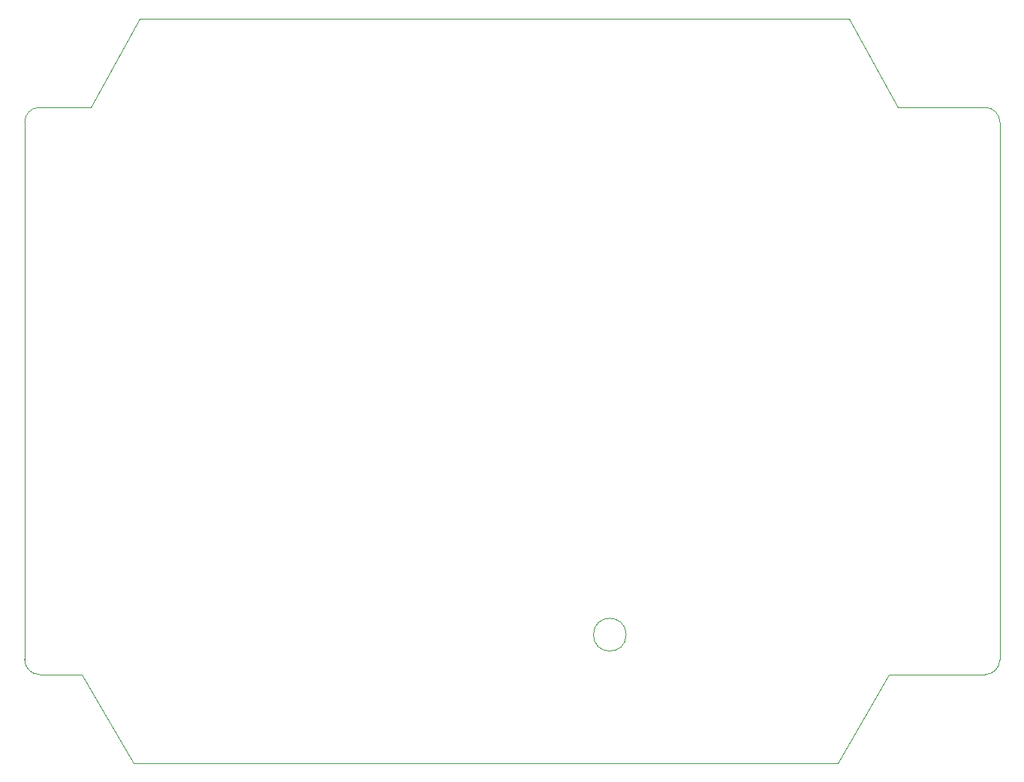
<source format=gm1>
G04 #@! TF.GenerationSoftware,KiCad,Pcbnew,9.0.4*
G04 #@! TF.CreationDate,2025-09-11T10:43:24+07:00*
G04 #@! TF.ProjectId,BreakoutBoard,42726561-6b6f-4757-9442-6f6172642e6b,rev?*
G04 #@! TF.SameCoordinates,Original*
G04 #@! TF.FileFunction,Profile,NP*
%FSLAX46Y46*%
G04 Gerber Fmt 4.6, Leading zero omitted, Abs format (unit mm)*
G04 Created by KiCad (PCBNEW 9.0.4) date 2025-09-11 10:43:24*
%MOMM*%
%LPD*%
G01*
G04 APERTURE LIST*
G04 #@! TA.AperFunction,Profile*
%ADD10C,0.038100*%
G04 #@! TD*
G04 APERTURE END LIST*
D10*
X105269231Y-119000000D02*
X184730769Y-119000000D01*
X203000000Y-107300000D02*
X203000000Y-46700000D01*
X186000000Y-35000000D02*
X191500000Y-45000000D01*
X184730769Y-119000000D02*
X190500000Y-109000000D01*
X106000000Y-35000000D02*
X186000000Y-35000000D01*
X160850000Y-104500000D02*
G75*
G02*
X157150000Y-104500000I-1850000J0D01*
G01*
X157150000Y-104500000D02*
G75*
G02*
X160850000Y-104500000I1850000J0D01*
G01*
X100500000Y-45000000D02*
X94700000Y-45000000D01*
X201300000Y-45000000D02*
G75*
G02*
X203000000Y-46700000I0J-1700000D01*
G01*
X94700000Y-109000000D02*
G75*
G02*
X93000000Y-107300000I0J1700000D01*
G01*
X94700000Y-109000000D02*
X99500000Y-109000000D01*
X93000000Y-46700000D02*
X93000000Y-107300000D01*
X99500000Y-109000000D02*
X105269231Y-119000000D01*
X203000000Y-107300000D02*
G75*
G02*
X201300000Y-109000000I-1700000J0D01*
G01*
X93000000Y-46700000D02*
G75*
G02*
X94700000Y-45000000I1700000J0D01*
G01*
X201300000Y-45000000D02*
X191500000Y-45000000D01*
X190500000Y-109000000D02*
X201300000Y-109000000D01*
X100500000Y-45000000D02*
X106000000Y-35000000D01*
M02*

</source>
